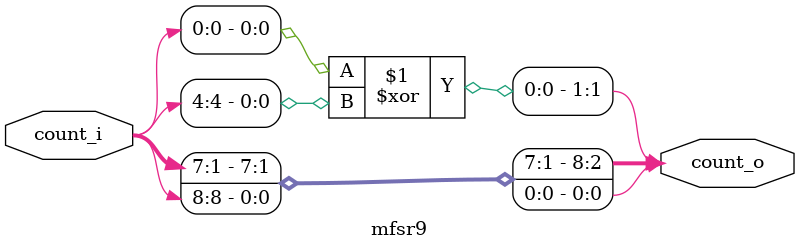
<source format=v>
/***************************************************************************
 *                                                                         *
 *   MFSR9.v - One of Roy Ward's ultra tricky Multiple Feed-back Shift     *
 *     Registers (MFSR). This one is 11-bits wide.                         *
 *                                                                         *
 *   Copyright (C) 2006 by Patrick Suggate and Roy Ward                    *
 *   patrick@physics.otago.ac.nz                                           *
 *                                                                         *
 *   This program is free software; you can redistribute it and/or modify  *
 *   it under the terms of the GNU General Public License as published by  *
 *   the Free Software Foundation; either version 2 of the License, or     *
 *   (at your option) any later version.                                   *
 *                                                                         *
 *   This program is distributed in the hope that it will be useful,       *
 *   but WITHOUT ANY WARRANTY; without even the implied warranty of        *
 *   MERCHANTABILITY or FITNESS FOR A PARTICULAR PURPOSE.  See the         *
 *   GNU General Public License for more details.                          *
 *                                                                         *
 *   You should have received a copy of the GNU General Public License     *
 *   along with this program; if not, write to the                         *
 *   Free Software Foundation, Inc.,                                       *
 *   59 Temple Place - Suite 330, Boston, MA  02111-1307, USA.             *
 ***************************************************************************/

`timescale 1ns/100ps
module	mfsr9 (
		count_i,
		count_o
	);
	
	input	[8:0]	count_i;
	output	[8:0]	count_o;
	
	assign	count_o	= {count_i[7:1], count_i[0]^count_i[4], count_i[8]};
	
endmodule	//	mfsr9

</source>
